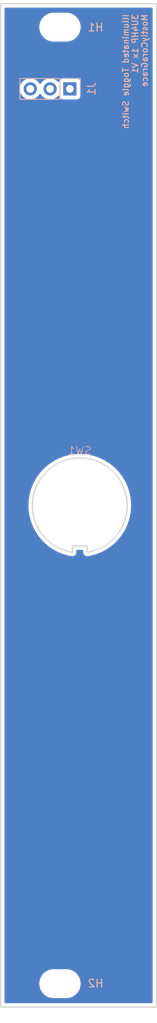
<source format=kicad_pcb>
(kicad_pcb (version 20240108) (generator "pcbnew") (generator_version "8.0")
  (layers (0 "F.Cu" signal) (31 "B.Cu" signal) (34 "B.Paste" user) (35 "F.Paste" user) (36 "B.SilkS" user "B.Silkscreen") (37 "F.SilkS" user "F.Silkscreen") (38 "B.Mask" user) (39 "F.Mask" user) (44 "Edge.Cuts" user))
  (net 0 "")
  (footprint "EXC:Illuminated_Toggle_Switch_M12" (layer "B.Cu") (at 10.16 66.675 180)
    (property "Reference" "SW1" (at 0 7 0) (layer "B.SilkS") (effects (font (thickness 0.1)) (justify mirror)))
    (property "Value" "SW_SPST_MOUNT")
    (fp_line (start 0.95 -5.2) (end -0.95 -5.2) (stroke (width 0.15)) (layer "Edge.Cuts"))
    (fp_line (start 0.95 -6.00643) (end 0.95 -5.2) (stroke (width 0.15)) (layer "Edge.Cuts"))
    (fp_line (start -0.95 -6.00643) (end -0.95 -5.2) (stroke (width 0.15)) (layer "Edge.Cuts"))
    (fp_arc (start 0.95 -6.00643) (mid 0 6.08132) (end -0.95 -6.00643) (stroke (width 0.15)) (layer "Edge.Cuts"))
  )
  (footprint "MountingHole:MountingHole_3.2mm_M3" (layer "B.Cu") (at 7.61962 127.925 180)
    (property "Reference" "H2" (at -4.57162 0.036 0) (layer "B.SilkS") (effects (justify mirror)))
    (property "Value" "MountingHole")
    (pad "" np_thru_hole oval (at 0 0 180) (size 4.8 3.2) (drill oval 4.8 3.2) (layers "F&B.Cu" "*.Mask"))
  )
  (footprint "MountingHole:MountingHole_3.2mm_M3" (layer "B.Cu") (at 7.6192 5.425 180)
    (property "Reference" "H1" (at -4.5712 -0.036 0) (layer "B.SilkS") (effects (justify mirror)))
    (property "Value" "MountingHole")
    (pad "" np_thru_hole oval (at 0 0 180) (size 4.8 3.2) (drill oval 4.8 3.2) (layers "F&B.Cu" "*.Mask"))
  )
  (footprint "Connector_PinSocket_2.54mm:PinSocket_1x03_P2.54mm_Vertical" (layer "B.Cu") (at 8.89 13.335 90)
    (property "Reference" "J1" (at 0 2.77 90) (layer "B.SilkS") (effects (justify mirror)))
    (property "Value" "Conn_01x03_Socket")
    (fp_line (start 1.33 -6.41) (end -1.33 -6.41) (stroke (width 0.12)) (layer "B.SilkS"))
    (fp_line (start 1.33 -6.41) (end 1.33 -1.27) (stroke (width 0.12)) (layer "B.SilkS"))
    (fp_line (start -1.33 -6.41) (end -1.33 -1.27) (stroke (width 0.12)) (layer "B.SilkS"))
    (fp_line (start 1.33 -1.27) (end -1.33 -1.27) (stroke (width 0.12)) (layer "B.SilkS"))
    (fp_line (start 1.33 0) (end 1.33 1.33) (stroke (width 0.12)) (layer "B.SilkS"))
    (fp_line (start 1.33 1.33) (end 0 1.33) (stroke (width 0.12)) (layer "B.SilkS"))
    (pad "1" thru_hole rect (at 0 0 90) (size 1.7 1.7) (drill 1) (layers "*.Cu" "*.Mask"))
    (pad "2" thru_hole oval (at 0 -2.54 90) (size 1.7 1.7) (drill 1) (layers "*.Cu" "*.Mask"))
    (pad "3" thru_hole oval (at 0 -5.08 90) (size 1.7 1.7) (drill 1) (layers "*.Cu" "*.Mask"))
  )
  (gr_rect (start 0 2.425) (end 20 130.925) (stroke (width 0.15)) (fill none) (layer "Edge.Cuts"))
  (gr_text "Illuminated Toggle Switch\n3U4HP 1x V1\nMostlyCoraGrace" (at 15.621 3.683 90) (layer "B.SilkS") (effects (font (size 0.75 0.75) (thickness 0.15) (bold yes)) (justify left top mirror)))
  (zone (net 0) (net_name "") (layers "F&B.Cu") (connect_pads (clearance 0.5)) (min_thickness 0.25) (fill yes (thermal_gap 0.5) (thermal_bridge_width 0.5) (island_removal_mode 1) (island_area_min 10))
    (polygon (pts (xy 0 2.413) (xy 20.066 2.413) (xy 20.066 130.937) (xy 0 130.937)))
  )
)
</source>
